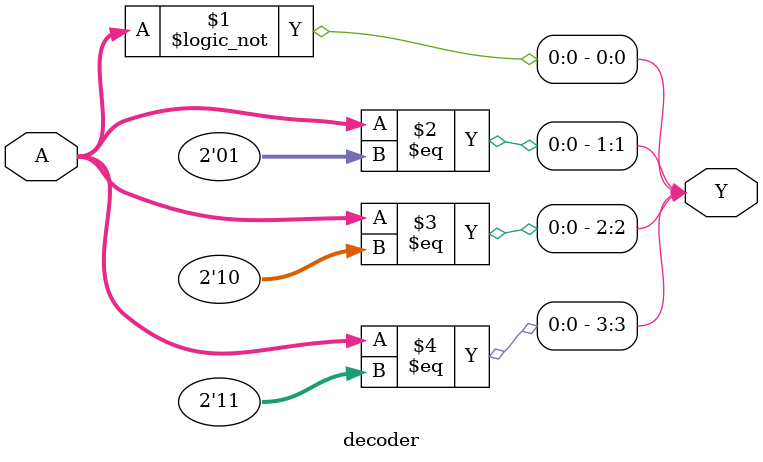
<source format=v>
`timescale 1ns / 1ps


module decoder(
    input wire [1:0] A,
    output wire [3:0] Y
);

assign Y[0] = (A==2'b00);
assign Y[1] = (A==2'b01);
assign Y[2] = (A==2'b10);
assign Y[3] = (A==2'b11);

endmodule

</source>
